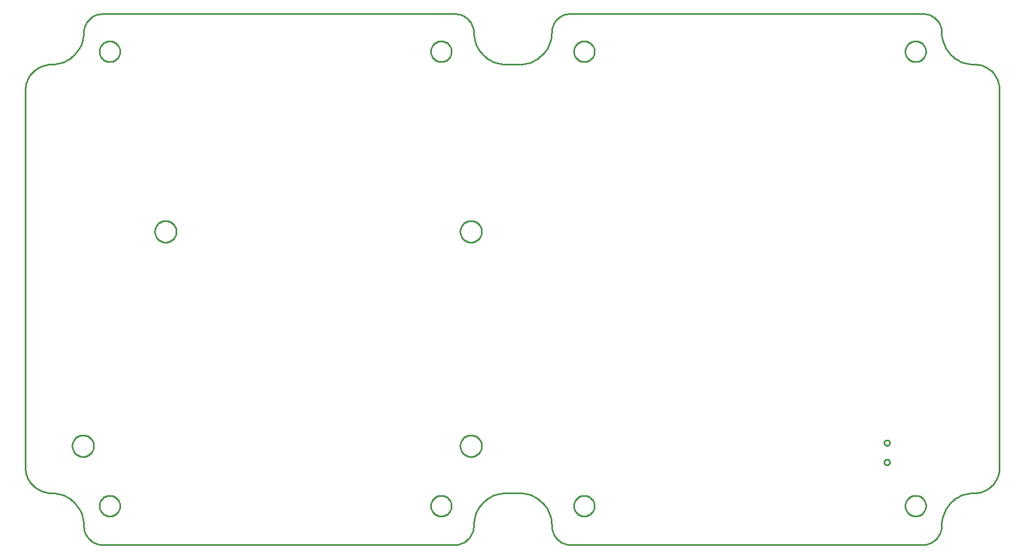
<source format=gbr>
G04 EAGLE Gerber RS-274X export*
G75*
%MOMM*%
%FSLAX34Y34*%
%LPD*%
%IN*%
%IPPOS*%
%AMOC8*
5,1,8,0,0,1.08239X$1,22.5*%
G01*
%ADD10C,0.254000*%


D10*
X0Y120000D02*
X152Y116514D01*
X608Y113054D01*
X1363Y109647D01*
X2412Y106319D01*
X3748Y103095D01*
X5359Y100000D01*
X7234Y97057D01*
X9358Y94289D01*
X11716Y91716D01*
X14289Y89358D01*
X17057Y87234D01*
X20000Y85359D01*
X23095Y83748D01*
X26319Y82412D01*
X29647Y81363D01*
X33054Y80608D01*
X36514Y80152D01*
X40000Y80000D01*
X44358Y79810D01*
X48682Y79240D01*
X52941Y78296D01*
X57101Y76985D01*
X61131Y75315D01*
X65000Y73301D01*
X68679Y70958D01*
X72139Y68302D01*
X75355Y65355D01*
X78302Y62139D01*
X80958Y58679D01*
X83301Y55000D01*
X85315Y51131D01*
X86985Y47101D01*
X88296Y42941D01*
X89240Y38682D01*
X89810Y34358D01*
X90000Y30000D01*
X90114Y27385D01*
X90456Y24791D01*
X91022Y22235D01*
X91809Y19739D01*
X92811Y17321D01*
X94019Y15000D01*
X95425Y12793D01*
X97019Y10716D01*
X98787Y8787D01*
X100716Y7019D01*
X102793Y5425D01*
X105000Y4019D01*
X107321Y2811D01*
X109739Y1809D01*
X112235Y1022D01*
X114791Y456D01*
X117385Y114D01*
X120000Y0D01*
X660000Y0D01*
X662615Y114D01*
X665209Y456D01*
X667765Y1022D01*
X670261Y1809D01*
X672679Y2811D01*
X675000Y4019D01*
X677207Y5425D01*
X679284Y7019D01*
X681213Y8787D01*
X682981Y10716D01*
X684575Y12793D01*
X685981Y15000D01*
X687189Y17321D01*
X688191Y19739D01*
X688978Y22235D01*
X689544Y24791D01*
X689886Y27385D01*
X690000Y30000D01*
X690190Y34358D01*
X690760Y38682D01*
X691704Y42941D01*
X693015Y47101D01*
X694685Y51131D01*
X696699Y55000D01*
X699042Y58679D01*
X701698Y62139D01*
X704645Y65355D01*
X707861Y68302D01*
X711321Y70958D01*
X715000Y73301D01*
X718869Y75315D01*
X722899Y76985D01*
X727059Y78296D01*
X731318Y79240D01*
X735642Y79810D01*
X740000Y80000D01*
X760000Y80000D01*
X764358Y79810D01*
X768682Y79240D01*
X772941Y78296D01*
X777101Y76985D01*
X781131Y75315D01*
X785000Y73301D01*
X788679Y70958D01*
X792139Y68302D01*
X795355Y65355D01*
X798302Y62139D01*
X800958Y58679D01*
X803301Y55000D01*
X805315Y51131D01*
X806985Y47101D01*
X808296Y42941D01*
X809240Y38682D01*
X809810Y34358D01*
X810000Y30000D01*
X810114Y27385D01*
X810456Y24791D01*
X811022Y22235D01*
X811809Y19739D01*
X812811Y17321D01*
X814019Y15000D01*
X815425Y12793D01*
X817019Y10716D01*
X818787Y8787D01*
X820716Y7019D01*
X822793Y5425D01*
X825000Y4019D01*
X827321Y2811D01*
X829739Y1809D01*
X832235Y1022D01*
X834791Y456D01*
X837385Y114D01*
X840000Y0D01*
X1380000Y0D01*
X1382615Y114D01*
X1385209Y456D01*
X1387765Y1022D01*
X1390261Y1809D01*
X1392679Y2811D01*
X1395000Y4019D01*
X1397207Y5425D01*
X1399284Y7019D01*
X1401213Y8787D01*
X1402981Y10716D01*
X1404575Y12793D01*
X1405981Y15000D01*
X1407189Y17321D01*
X1408191Y19739D01*
X1408978Y22235D01*
X1409544Y24791D01*
X1409886Y27385D01*
X1410000Y30000D01*
X1410190Y34358D01*
X1410760Y38682D01*
X1411704Y42941D01*
X1413015Y47101D01*
X1414685Y51131D01*
X1416699Y55000D01*
X1419042Y58679D01*
X1421698Y62139D01*
X1424645Y65355D01*
X1427861Y68302D01*
X1431321Y70958D01*
X1435000Y73301D01*
X1438869Y75315D01*
X1442899Y76985D01*
X1447059Y78296D01*
X1451318Y79240D01*
X1455642Y79810D01*
X1460000Y80000D01*
X1463291Y80067D01*
X1466563Y80420D01*
X1469793Y81058D01*
X1472954Y81974D01*
X1476024Y83162D01*
X1478978Y84614D01*
X1481794Y86317D01*
X1484452Y88259D01*
X1486930Y90426D01*
X1489210Y92800D01*
X1491274Y95364D01*
X1493106Y98098D01*
X1494694Y100981D01*
X1496024Y103992D01*
X1497087Y107107D01*
X1497874Y110303D01*
X1498380Y113556D01*
X1498600Y116840D01*
X1498600Y703580D01*
X1498362Y706845D01*
X1497841Y710077D01*
X1497040Y713251D01*
X1495965Y716343D01*
X1494625Y719330D01*
X1493030Y722189D01*
X1491191Y724898D01*
X1489124Y727436D01*
X1486843Y729784D01*
X1484366Y731925D01*
X1481712Y733842D01*
X1478901Y735520D01*
X1475955Y736946D01*
X1472895Y738111D01*
X1469745Y739004D01*
X1466530Y739619D01*
X1463273Y739952D01*
X1460000Y740000D01*
X1455642Y740190D01*
X1451318Y740760D01*
X1447059Y741704D01*
X1442899Y743015D01*
X1438869Y744685D01*
X1435000Y746699D01*
X1431321Y749042D01*
X1427861Y751698D01*
X1424645Y754645D01*
X1421698Y757861D01*
X1419042Y761321D01*
X1416699Y765000D01*
X1414685Y768869D01*
X1413015Y772899D01*
X1411704Y777059D01*
X1410760Y781318D01*
X1410190Y785642D01*
X1410000Y790000D01*
X1409878Y792445D01*
X1409542Y794870D01*
X1408997Y797256D01*
X1408246Y799586D01*
X1407295Y801842D01*
X1406151Y804006D01*
X1404822Y806062D01*
X1403320Y807995D01*
X1401654Y809789D01*
X1399839Y811431D01*
X1397887Y812909D01*
X1395814Y814211D01*
X1393636Y815327D01*
X1391368Y816249D01*
X1389029Y816970D01*
X1386635Y817485D01*
X1384206Y817789D01*
X1381760Y817880D01*
X838200Y817880D01*
X835756Y817787D01*
X833328Y817482D01*
X830937Y816966D01*
X828600Y816244D01*
X826335Y815321D01*
X824159Y814203D01*
X822088Y812901D01*
X820139Y811423D01*
X818326Y809780D01*
X816663Y807986D01*
X815163Y806054D01*
X813837Y803999D01*
X812695Y801835D01*
X811746Y799581D01*
X810997Y797252D01*
X810454Y794867D01*
X810121Y792443D01*
X810000Y790000D01*
X809810Y785642D01*
X809240Y781318D01*
X808296Y777059D01*
X806985Y772899D01*
X805315Y768869D01*
X803301Y765000D01*
X800958Y761321D01*
X798302Y757861D01*
X795355Y754645D01*
X792139Y751698D01*
X788679Y749042D01*
X785000Y746699D01*
X781131Y744685D01*
X777101Y743015D01*
X772941Y741704D01*
X768682Y740760D01*
X764358Y740190D01*
X760000Y740000D01*
X740000Y740000D01*
X735642Y740190D01*
X731318Y740760D01*
X727059Y741704D01*
X722899Y743015D01*
X718869Y744685D01*
X715000Y746699D01*
X711321Y749042D01*
X707861Y751698D01*
X704645Y754645D01*
X701698Y757861D01*
X699042Y761321D01*
X696699Y765000D01*
X694685Y768869D01*
X693015Y772899D01*
X691704Y777059D01*
X690760Y781318D01*
X690190Y785642D01*
X690000Y790000D01*
X689816Y792502D01*
X689414Y794978D01*
X688798Y797409D01*
X687973Y799778D01*
X686944Y802065D01*
X685720Y804255D01*
X684309Y806329D01*
X682723Y808273D01*
X680974Y810070D01*
X679075Y811709D01*
X677040Y813176D01*
X674885Y814460D01*
X672627Y815551D01*
X670282Y816441D01*
X667868Y817123D01*
X665404Y817593D01*
X662908Y817846D01*
X660400Y817880D01*
X119380Y817880D01*
X116882Y817836D01*
X114397Y817575D01*
X111944Y817099D01*
X109543Y816410D01*
X107210Y815515D01*
X104965Y814419D01*
X102823Y813133D01*
X100802Y811664D01*
X98916Y810025D01*
X97180Y808228D01*
X95608Y806286D01*
X94211Y804215D01*
X92999Y802029D01*
X91983Y799747D01*
X91170Y797384D01*
X90565Y794960D01*
X90174Y792492D01*
X90000Y790000D01*
X89810Y785642D01*
X89240Y781318D01*
X88296Y777059D01*
X86985Y772899D01*
X85315Y768869D01*
X83301Y765000D01*
X80958Y761321D01*
X78302Y757861D01*
X75355Y754645D01*
X72139Y751698D01*
X68679Y749042D01*
X65000Y746699D01*
X61131Y744685D01*
X57101Y743015D01*
X52941Y741704D01*
X48682Y740760D01*
X44358Y740190D01*
X40000Y740000D01*
X36514Y739848D01*
X33054Y739392D01*
X29647Y738637D01*
X26319Y737588D01*
X23095Y736252D01*
X20000Y734641D01*
X17057Y732766D01*
X14289Y730642D01*
X11716Y728284D01*
X9358Y725712D01*
X7234Y722943D01*
X5359Y720000D01*
X3748Y716905D01*
X2412Y713681D01*
X1363Y710353D01*
X608Y706946D01*
X152Y703486D01*
X0Y700000D01*
X0Y120000D01*
X1326159Y161490D02*
X1326711Y161417D01*
X1327249Y161273D01*
X1327764Y161060D01*
X1328246Y160781D01*
X1328688Y160442D01*
X1329082Y160048D01*
X1329421Y159606D01*
X1329700Y159124D01*
X1329913Y158609D01*
X1330057Y158071D01*
X1330130Y157519D01*
X1330130Y156961D01*
X1330057Y156409D01*
X1329913Y155871D01*
X1329700Y155356D01*
X1329421Y154874D01*
X1329082Y154432D01*
X1328688Y154038D01*
X1328246Y153699D01*
X1327764Y153420D01*
X1327249Y153207D01*
X1326711Y153063D01*
X1326159Y152990D01*
X1325601Y152990D01*
X1325049Y153063D01*
X1324511Y153207D01*
X1323996Y153420D01*
X1323514Y153699D01*
X1323072Y154038D01*
X1322678Y154432D01*
X1322339Y154874D01*
X1322060Y155356D01*
X1321847Y155871D01*
X1321703Y156409D01*
X1321630Y156961D01*
X1321630Y157519D01*
X1321703Y158071D01*
X1321847Y158609D01*
X1322060Y159124D01*
X1322339Y159606D01*
X1322678Y160048D01*
X1323072Y160442D01*
X1323514Y160781D01*
X1323996Y161060D01*
X1324511Y161273D01*
X1325049Y161417D01*
X1325601Y161490D01*
X1326159Y161490D01*
X1326159Y131490D02*
X1326711Y131417D01*
X1327249Y131273D01*
X1327764Y131060D01*
X1328246Y130781D01*
X1328688Y130442D01*
X1329082Y130048D01*
X1329421Y129606D01*
X1329700Y129124D01*
X1329913Y128609D01*
X1330057Y128071D01*
X1330130Y127519D01*
X1330130Y126961D01*
X1330057Y126409D01*
X1329913Y125871D01*
X1329700Y125356D01*
X1329421Y124874D01*
X1329082Y124432D01*
X1328688Y124038D01*
X1328246Y123699D01*
X1327764Y123420D01*
X1327249Y123207D01*
X1326711Y123063D01*
X1326159Y122990D01*
X1325601Y122990D01*
X1325049Y123063D01*
X1324511Y123207D01*
X1323996Y123420D01*
X1323514Y123699D01*
X1323072Y124038D01*
X1322678Y124432D01*
X1322339Y124874D01*
X1322060Y125356D01*
X1321847Y125871D01*
X1321703Y126409D01*
X1321630Y126961D01*
X1321630Y127519D01*
X1321703Y128071D01*
X1321847Y128609D01*
X1322060Y129124D01*
X1322339Y129606D01*
X1322678Y130048D01*
X1323072Y130442D01*
X1323514Y130781D01*
X1323996Y131060D01*
X1324511Y131273D01*
X1325049Y131417D01*
X1325601Y131490D01*
X1326159Y131490D01*
X655875Y59480D02*
X655807Y58443D01*
X655671Y57413D01*
X655469Y56393D01*
X655200Y55389D01*
X654865Y54405D01*
X654468Y53445D01*
X654008Y52513D01*
X653488Y51612D01*
X652911Y50748D01*
X652278Y49924D01*
X651593Y49142D01*
X650858Y48407D01*
X650076Y47722D01*
X649252Y47089D01*
X648388Y46512D01*
X647487Y45992D01*
X646555Y45532D01*
X645595Y45135D01*
X644611Y44800D01*
X643607Y44531D01*
X642587Y44329D01*
X641557Y44193D01*
X640520Y44125D01*
X639480Y44125D01*
X638443Y44193D01*
X637413Y44329D01*
X636393Y44531D01*
X635389Y44800D01*
X634405Y45135D01*
X633445Y45532D01*
X632513Y45992D01*
X631612Y46512D01*
X630748Y47089D01*
X629924Y47722D01*
X629142Y48407D01*
X628407Y49142D01*
X627722Y49924D01*
X627089Y50748D01*
X626512Y51612D01*
X625992Y52513D01*
X625532Y53445D01*
X625135Y54405D01*
X624800Y55389D01*
X624531Y56393D01*
X624329Y57413D01*
X624193Y58443D01*
X624125Y59480D01*
X624125Y60520D01*
X624193Y61557D01*
X624329Y62587D01*
X624531Y63607D01*
X624800Y64611D01*
X625135Y65595D01*
X625532Y66555D01*
X625992Y67487D01*
X626512Y68388D01*
X627089Y69252D01*
X627722Y70076D01*
X628407Y70858D01*
X629142Y71593D01*
X629924Y72278D01*
X630748Y72911D01*
X631612Y73488D01*
X632513Y74008D01*
X633445Y74468D01*
X634405Y74865D01*
X635389Y75200D01*
X636393Y75469D01*
X637413Y75671D01*
X638443Y75807D01*
X639480Y75875D01*
X640520Y75875D01*
X641557Y75807D01*
X642587Y75671D01*
X643607Y75469D01*
X644611Y75200D01*
X645595Y74865D01*
X646555Y74468D01*
X647487Y74008D01*
X648388Y73488D01*
X649252Y72911D01*
X650076Y72278D01*
X650858Y71593D01*
X651593Y70858D01*
X652278Y70076D01*
X652911Y69252D01*
X653488Y68388D01*
X654008Y67487D01*
X654468Y66555D01*
X654865Y65595D01*
X655200Y64611D01*
X655469Y63607D01*
X655671Y62587D01*
X655807Y61557D01*
X655875Y60520D01*
X655875Y59480D01*
X875875Y59480D02*
X875807Y58443D01*
X875671Y57413D01*
X875469Y56393D01*
X875200Y55389D01*
X874865Y54405D01*
X874468Y53445D01*
X874008Y52513D01*
X873488Y51612D01*
X872911Y50748D01*
X872278Y49924D01*
X871593Y49142D01*
X870858Y48407D01*
X870076Y47722D01*
X869252Y47089D01*
X868388Y46512D01*
X867487Y45992D01*
X866555Y45532D01*
X865595Y45135D01*
X864611Y44800D01*
X863607Y44531D01*
X862587Y44329D01*
X861557Y44193D01*
X860520Y44125D01*
X859480Y44125D01*
X858443Y44193D01*
X857413Y44329D01*
X856393Y44531D01*
X855389Y44800D01*
X854405Y45135D01*
X853445Y45532D01*
X852513Y45992D01*
X851612Y46512D01*
X850748Y47089D01*
X849924Y47722D01*
X849142Y48407D01*
X848407Y49142D01*
X847722Y49924D01*
X847089Y50748D01*
X846512Y51612D01*
X845992Y52513D01*
X845532Y53445D01*
X845135Y54405D01*
X844800Y55389D01*
X844531Y56393D01*
X844329Y57413D01*
X844193Y58443D01*
X844125Y59480D01*
X844125Y60520D01*
X844193Y61557D01*
X844329Y62587D01*
X844531Y63607D01*
X844800Y64611D01*
X845135Y65595D01*
X845532Y66555D01*
X845992Y67487D01*
X846512Y68388D01*
X847089Y69252D01*
X847722Y70076D01*
X848407Y70858D01*
X849142Y71593D01*
X849924Y72278D01*
X850748Y72911D01*
X851612Y73488D01*
X852513Y74008D01*
X853445Y74468D01*
X854405Y74865D01*
X855389Y75200D01*
X856393Y75469D01*
X857413Y75671D01*
X858443Y75807D01*
X859480Y75875D01*
X860520Y75875D01*
X861557Y75807D01*
X862587Y75671D01*
X863607Y75469D01*
X864611Y75200D01*
X865595Y74865D01*
X866555Y74468D01*
X867487Y74008D01*
X868388Y73488D01*
X869252Y72911D01*
X870076Y72278D01*
X870858Y71593D01*
X871593Y70858D01*
X872278Y70076D01*
X872911Y69252D01*
X873488Y68388D01*
X874008Y67487D01*
X874468Y66555D01*
X874865Y65595D01*
X875200Y64611D01*
X875469Y63607D01*
X875671Y62587D01*
X875807Y61557D01*
X875875Y60520D01*
X875875Y59480D01*
X1385875Y59480D02*
X1385807Y58443D01*
X1385671Y57413D01*
X1385469Y56393D01*
X1385200Y55389D01*
X1384865Y54405D01*
X1384468Y53445D01*
X1384008Y52513D01*
X1383488Y51612D01*
X1382911Y50748D01*
X1382278Y49924D01*
X1381593Y49142D01*
X1380858Y48407D01*
X1380076Y47722D01*
X1379252Y47089D01*
X1378388Y46512D01*
X1377487Y45992D01*
X1376555Y45532D01*
X1375595Y45135D01*
X1374611Y44800D01*
X1373607Y44531D01*
X1372587Y44329D01*
X1371557Y44193D01*
X1370520Y44125D01*
X1369480Y44125D01*
X1368443Y44193D01*
X1367413Y44329D01*
X1366393Y44531D01*
X1365389Y44800D01*
X1364405Y45135D01*
X1363445Y45532D01*
X1362513Y45992D01*
X1361612Y46512D01*
X1360748Y47089D01*
X1359924Y47722D01*
X1359142Y48407D01*
X1358407Y49142D01*
X1357722Y49924D01*
X1357089Y50748D01*
X1356512Y51612D01*
X1355992Y52513D01*
X1355532Y53445D01*
X1355135Y54405D01*
X1354800Y55389D01*
X1354531Y56393D01*
X1354329Y57413D01*
X1354193Y58443D01*
X1354125Y59480D01*
X1354125Y60520D01*
X1354193Y61557D01*
X1354329Y62587D01*
X1354531Y63607D01*
X1354800Y64611D01*
X1355135Y65595D01*
X1355532Y66555D01*
X1355992Y67487D01*
X1356512Y68388D01*
X1357089Y69252D01*
X1357722Y70076D01*
X1358407Y70858D01*
X1359142Y71593D01*
X1359924Y72278D01*
X1360748Y72911D01*
X1361612Y73488D01*
X1362513Y74008D01*
X1363445Y74468D01*
X1364405Y74865D01*
X1365389Y75200D01*
X1366393Y75469D01*
X1367413Y75671D01*
X1368443Y75807D01*
X1369480Y75875D01*
X1370520Y75875D01*
X1371557Y75807D01*
X1372587Y75671D01*
X1373607Y75469D01*
X1374611Y75200D01*
X1375595Y74865D01*
X1376555Y74468D01*
X1377487Y74008D01*
X1378388Y73488D01*
X1379252Y72911D01*
X1380076Y72278D01*
X1380858Y71593D01*
X1381593Y70858D01*
X1382278Y70076D01*
X1382911Y69252D01*
X1383488Y68388D01*
X1384008Y67487D01*
X1384468Y66555D01*
X1384865Y65595D01*
X1385200Y64611D01*
X1385469Y63607D01*
X1385671Y62587D01*
X1385807Y61557D01*
X1385875Y60520D01*
X1385875Y59480D01*
X145875Y59480D02*
X145807Y58443D01*
X145671Y57413D01*
X145469Y56393D01*
X145200Y55389D01*
X144865Y54405D01*
X144468Y53445D01*
X144008Y52513D01*
X143488Y51612D01*
X142911Y50748D01*
X142278Y49924D01*
X141593Y49142D01*
X140858Y48407D01*
X140076Y47722D01*
X139252Y47089D01*
X138388Y46512D01*
X137487Y45992D01*
X136555Y45532D01*
X135595Y45135D01*
X134611Y44800D01*
X133607Y44531D01*
X132587Y44329D01*
X131557Y44193D01*
X130520Y44125D01*
X129480Y44125D01*
X128443Y44193D01*
X127413Y44329D01*
X126393Y44531D01*
X125389Y44800D01*
X124405Y45135D01*
X123445Y45532D01*
X122513Y45992D01*
X121612Y46512D01*
X120748Y47089D01*
X119924Y47722D01*
X119142Y48407D01*
X118407Y49142D01*
X117722Y49924D01*
X117089Y50748D01*
X116512Y51612D01*
X115992Y52513D01*
X115532Y53445D01*
X115135Y54405D01*
X114800Y55389D01*
X114531Y56393D01*
X114329Y57413D01*
X114193Y58443D01*
X114125Y59480D01*
X114125Y60520D01*
X114193Y61557D01*
X114329Y62587D01*
X114531Y63607D01*
X114800Y64611D01*
X115135Y65595D01*
X115532Y66555D01*
X115992Y67487D01*
X116512Y68388D01*
X117089Y69252D01*
X117722Y70076D01*
X118407Y70858D01*
X119142Y71593D01*
X119924Y72278D01*
X120748Y72911D01*
X121612Y73488D01*
X122513Y74008D01*
X123445Y74468D01*
X124405Y74865D01*
X125389Y75200D01*
X126393Y75469D01*
X127413Y75671D01*
X128443Y75807D01*
X129480Y75875D01*
X130520Y75875D01*
X131557Y75807D01*
X132587Y75671D01*
X133607Y75469D01*
X134611Y75200D01*
X135595Y74865D01*
X136555Y74468D01*
X137487Y74008D01*
X138388Y73488D01*
X139252Y72911D01*
X140076Y72278D01*
X140858Y71593D01*
X141593Y70858D01*
X142278Y70076D01*
X142911Y69252D01*
X143488Y68388D01*
X144008Y67487D01*
X144468Y66555D01*
X144865Y65595D01*
X145200Y64611D01*
X145469Y63607D01*
X145671Y62587D01*
X145807Y61557D01*
X145875Y60520D01*
X145875Y59480D01*
X655875Y759480D02*
X655807Y758443D01*
X655671Y757413D01*
X655469Y756393D01*
X655200Y755389D01*
X654865Y754405D01*
X654468Y753445D01*
X654008Y752513D01*
X653488Y751612D01*
X652911Y750748D01*
X652278Y749924D01*
X651593Y749142D01*
X650858Y748407D01*
X650076Y747722D01*
X649252Y747089D01*
X648388Y746512D01*
X647487Y745992D01*
X646555Y745532D01*
X645595Y745135D01*
X644611Y744800D01*
X643607Y744531D01*
X642587Y744329D01*
X641557Y744193D01*
X640520Y744125D01*
X639480Y744125D01*
X638443Y744193D01*
X637413Y744329D01*
X636393Y744531D01*
X635389Y744800D01*
X634405Y745135D01*
X633445Y745532D01*
X632513Y745992D01*
X631612Y746512D01*
X630748Y747089D01*
X629924Y747722D01*
X629142Y748407D01*
X628407Y749142D01*
X627722Y749924D01*
X627089Y750748D01*
X626512Y751612D01*
X625992Y752513D01*
X625532Y753445D01*
X625135Y754405D01*
X624800Y755389D01*
X624531Y756393D01*
X624329Y757413D01*
X624193Y758443D01*
X624125Y759480D01*
X624125Y760520D01*
X624193Y761557D01*
X624329Y762587D01*
X624531Y763607D01*
X624800Y764611D01*
X625135Y765595D01*
X625532Y766555D01*
X625992Y767487D01*
X626512Y768388D01*
X627089Y769252D01*
X627722Y770076D01*
X628407Y770858D01*
X629142Y771593D01*
X629924Y772278D01*
X630748Y772911D01*
X631612Y773488D01*
X632513Y774008D01*
X633445Y774468D01*
X634405Y774865D01*
X635389Y775200D01*
X636393Y775469D01*
X637413Y775671D01*
X638443Y775807D01*
X639480Y775875D01*
X640520Y775875D01*
X641557Y775807D01*
X642587Y775671D01*
X643607Y775469D01*
X644611Y775200D01*
X645595Y774865D01*
X646555Y774468D01*
X647487Y774008D01*
X648388Y773488D01*
X649252Y772911D01*
X650076Y772278D01*
X650858Y771593D01*
X651593Y770858D01*
X652278Y770076D01*
X652911Y769252D01*
X653488Y768388D01*
X654008Y767487D01*
X654468Y766555D01*
X654865Y765595D01*
X655200Y764611D01*
X655469Y763607D01*
X655671Y762587D01*
X655807Y761557D01*
X655875Y760520D01*
X655875Y759480D01*
X875875Y759480D02*
X875807Y758443D01*
X875671Y757413D01*
X875469Y756393D01*
X875200Y755389D01*
X874865Y754405D01*
X874468Y753445D01*
X874008Y752513D01*
X873488Y751612D01*
X872911Y750748D01*
X872278Y749924D01*
X871593Y749142D01*
X870858Y748407D01*
X870076Y747722D01*
X869252Y747089D01*
X868388Y746512D01*
X867487Y745992D01*
X866555Y745532D01*
X865595Y745135D01*
X864611Y744800D01*
X863607Y744531D01*
X862587Y744329D01*
X861557Y744193D01*
X860520Y744125D01*
X859480Y744125D01*
X858443Y744193D01*
X857413Y744329D01*
X856393Y744531D01*
X855389Y744800D01*
X854405Y745135D01*
X853445Y745532D01*
X852513Y745992D01*
X851612Y746512D01*
X850748Y747089D01*
X849924Y747722D01*
X849142Y748407D01*
X848407Y749142D01*
X847722Y749924D01*
X847089Y750748D01*
X846512Y751612D01*
X845992Y752513D01*
X845532Y753445D01*
X845135Y754405D01*
X844800Y755389D01*
X844531Y756393D01*
X844329Y757413D01*
X844193Y758443D01*
X844125Y759480D01*
X844125Y760520D01*
X844193Y761557D01*
X844329Y762587D01*
X844531Y763607D01*
X844800Y764611D01*
X845135Y765595D01*
X845532Y766555D01*
X845992Y767487D01*
X846512Y768388D01*
X847089Y769252D01*
X847722Y770076D01*
X848407Y770858D01*
X849142Y771593D01*
X849924Y772278D01*
X850748Y772911D01*
X851612Y773488D01*
X852513Y774008D01*
X853445Y774468D01*
X854405Y774865D01*
X855389Y775200D01*
X856393Y775469D01*
X857413Y775671D01*
X858443Y775807D01*
X859480Y775875D01*
X860520Y775875D01*
X861557Y775807D01*
X862587Y775671D01*
X863607Y775469D01*
X864611Y775200D01*
X865595Y774865D01*
X866555Y774468D01*
X867487Y774008D01*
X868388Y773488D01*
X869252Y772911D01*
X870076Y772278D01*
X870858Y771593D01*
X871593Y770858D01*
X872278Y770076D01*
X872911Y769252D01*
X873488Y768388D01*
X874008Y767487D01*
X874468Y766555D01*
X874865Y765595D01*
X875200Y764611D01*
X875469Y763607D01*
X875671Y762587D01*
X875807Y761557D01*
X875875Y760520D01*
X875875Y759480D01*
X1385875Y759480D02*
X1385807Y758443D01*
X1385671Y757413D01*
X1385469Y756393D01*
X1385200Y755389D01*
X1384865Y754405D01*
X1384468Y753445D01*
X1384008Y752513D01*
X1383488Y751612D01*
X1382911Y750748D01*
X1382278Y749924D01*
X1381593Y749142D01*
X1380858Y748407D01*
X1380076Y747722D01*
X1379252Y747089D01*
X1378388Y746512D01*
X1377487Y745992D01*
X1376555Y745532D01*
X1375595Y745135D01*
X1374611Y744800D01*
X1373607Y744531D01*
X1372587Y744329D01*
X1371557Y744193D01*
X1370520Y744125D01*
X1369480Y744125D01*
X1368443Y744193D01*
X1367413Y744329D01*
X1366393Y744531D01*
X1365389Y744800D01*
X1364405Y745135D01*
X1363445Y745532D01*
X1362513Y745992D01*
X1361612Y746512D01*
X1360748Y747089D01*
X1359924Y747722D01*
X1359142Y748407D01*
X1358407Y749142D01*
X1357722Y749924D01*
X1357089Y750748D01*
X1356512Y751612D01*
X1355992Y752513D01*
X1355532Y753445D01*
X1355135Y754405D01*
X1354800Y755389D01*
X1354531Y756393D01*
X1354329Y757413D01*
X1354193Y758443D01*
X1354125Y759480D01*
X1354125Y760520D01*
X1354193Y761557D01*
X1354329Y762587D01*
X1354531Y763607D01*
X1354800Y764611D01*
X1355135Y765595D01*
X1355532Y766555D01*
X1355992Y767487D01*
X1356512Y768388D01*
X1357089Y769252D01*
X1357722Y770076D01*
X1358407Y770858D01*
X1359142Y771593D01*
X1359924Y772278D01*
X1360748Y772911D01*
X1361612Y773488D01*
X1362513Y774008D01*
X1363445Y774468D01*
X1364405Y774865D01*
X1365389Y775200D01*
X1366393Y775469D01*
X1367413Y775671D01*
X1368443Y775807D01*
X1369480Y775875D01*
X1370520Y775875D01*
X1371557Y775807D01*
X1372587Y775671D01*
X1373607Y775469D01*
X1374611Y775200D01*
X1375595Y774865D01*
X1376555Y774468D01*
X1377487Y774008D01*
X1378388Y773488D01*
X1379252Y772911D01*
X1380076Y772278D01*
X1380858Y771593D01*
X1381593Y770858D01*
X1382278Y770076D01*
X1382911Y769252D01*
X1383488Y768388D01*
X1384008Y767487D01*
X1384468Y766555D01*
X1384865Y765595D01*
X1385200Y764611D01*
X1385469Y763607D01*
X1385671Y762587D01*
X1385807Y761557D01*
X1385875Y760520D01*
X1385875Y759480D01*
X145875Y759480D02*
X145807Y758443D01*
X145671Y757413D01*
X145469Y756393D01*
X145200Y755389D01*
X144865Y754405D01*
X144468Y753445D01*
X144008Y752513D01*
X143488Y751612D01*
X142911Y750748D01*
X142278Y749924D01*
X141593Y749142D01*
X140858Y748407D01*
X140076Y747722D01*
X139252Y747089D01*
X138388Y746512D01*
X137487Y745992D01*
X136555Y745532D01*
X135595Y745135D01*
X134611Y744800D01*
X133607Y744531D01*
X132587Y744329D01*
X131557Y744193D01*
X130520Y744125D01*
X129480Y744125D01*
X128443Y744193D01*
X127413Y744329D01*
X126393Y744531D01*
X125389Y744800D01*
X124405Y745135D01*
X123445Y745532D01*
X122513Y745992D01*
X121612Y746512D01*
X120748Y747089D01*
X119924Y747722D01*
X119142Y748407D01*
X118407Y749142D01*
X117722Y749924D01*
X117089Y750748D01*
X116512Y751612D01*
X115992Y752513D01*
X115532Y753445D01*
X115135Y754405D01*
X114800Y755389D01*
X114531Y756393D01*
X114329Y757413D01*
X114193Y758443D01*
X114125Y759480D01*
X114125Y760520D01*
X114193Y761557D01*
X114329Y762587D01*
X114531Y763607D01*
X114800Y764611D01*
X115135Y765595D01*
X115532Y766555D01*
X115992Y767487D01*
X116512Y768388D01*
X117089Y769252D01*
X117722Y770076D01*
X118407Y770858D01*
X119142Y771593D01*
X119924Y772278D01*
X120748Y772911D01*
X121612Y773488D01*
X122513Y774008D01*
X123445Y774468D01*
X124405Y774865D01*
X125389Y775200D01*
X126393Y775469D01*
X127413Y775671D01*
X128443Y775807D01*
X129480Y775875D01*
X130520Y775875D01*
X131557Y775807D01*
X132587Y775671D01*
X133607Y775469D01*
X134611Y775200D01*
X135595Y774865D01*
X136555Y774468D01*
X137487Y774008D01*
X138388Y773488D01*
X139252Y772911D01*
X140076Y772278D01*
X140858Y771593D01*
X141593Y770858D01*
X142278Y770076D01*
X142911Y769252D01*
X143488Y768388D01*
X144008Y767487D01*
X144468Y766555D01*
X144865Y765595D01*
X145200Y764611D01*
X145469Y763607D01*
X145671Y762587D01*
X145807Y761557D01*
X145875Y760520D01*
X145875Y759480D01*
X702310Y482060D02*
X702239Y480981D01*
X702098Y479909D01*
X701887Y478849D01*
X701608Y477805D01*
X701260Y476781D01*
X700846Y475783D01*
X700368Y474813D01*
X699828Y473877D01*
X699227Y472978D01*
X698569Y472121D01*
X697857Y471308D01*
X697092Y470544D01*
X696279Y469831D01*
X695422Y469173D01*
X694523Y468572D01*
X693587Y468032D01*
X692617Y467554D01*
X691619Y467140D01*
X690595Y466792D01*
X689551Y466513D01*
X688491Y466302D01*
X687419Y466161D01*
X686340Y466090D01*
X685260Y466090D01*
X684181Y466161D01*
X683109Y466302D01*
X682049Y466513D01*
X681005Y466792D01*
X679981Y467140D01*
X678983Y467554D01*
X678013Y468032D01*
X677077Y468572D01*
X676178Y469173D01*
X675321Y469831D01*
X674508Y470544D01*
X673744Y471308D01*
X673031Y472121D01*
X672373Y472978D01*
X671772Y473877D01*
X671232Y474813D01*
X670754Y475783D01*
X670340Y476781D01*
X669992Y477805D01*
X669713Y478849D01*
X669502Y479909D01*
X669361Y480981D01*
X669290Y482060D01*
X669290Y483140D01*
X669361Y484219D01*
X669502Y485291D01*
X669713Y486351D01*
X669992Y487395D01*
X670340Y488419D01*
X670754Y489417D01*
X671232Y490387D01*
X671772Y491323D01*
X672373Y492222D01*
X673031Y493079D01*
X673744Y493892D01*
X674508Y494657D01*
X675321Y495369D01*
X676178Y496027D01*
X677077Y496628D01*
X678013Y497168D01*
X678983Y497646D01*
X679981Y498060D01*
X681005Y498408D01*
X682049Y498687D01*
X683109Y498898D01*
X684181Y499039D01*
X685260Y499110D01*
X686340Y499110D01*
X687419Y499039D01*
X688491Y498898D01*
X689551Y498687D01*
X690595Y498408D01*
X691619Y498060D01*
X692617Y497646D01*
X693587Y497168D01*
X694523Y496628D01*
X695422Y496027D01*
X696279Y495369D01*
X697092Y494657D01*
X697857Y493892D01*
X698569Y493079D01*
X699227Y492222D01*
X699828Y491323D01*
X700368Y490387D01*
X700846Y489417D01*
X701260Y488419D01*
X701608Y487395D01*
X701887Y486351D01*
X702098Y485291D01*
X702239Y484219D01*
X702310Y483140D01*
X702310Y482060D01*
X702310Y151860D02*
X702239Y150781D01*
X702098Y149709D01*
X701887Y148649D01*
X701608Y147605D01*
X701260Y146581D01*
X700846Y145583D01*
X700368Y144613D01*
X699828Y143677D01*
X699227Y142778D01*
X698569Y141921D01*
X697857Y141108D01*
X697092Y140344D01*
X696279Y139631D01*
X695422Y138973D01*
X694523Y138372D01*
X693587Y137832D01*
X692617Y137354D01*
X691619Y136940D01*
X690595Y136592D01*
X689551Y136313D01*
X688491Y136102D01*
X687419Y135961D01*
X686340Y135890D01*
X685260Y135890D01*
X684181Y135961D01*
X683109Y136102D01*
X682049Y136313D01*
X681005Y136592D01*
X679981Y136940D01*
X678983Y137354D01*
X678013Y137832D01*
X677077Y138372D01*
X676178Y138973D01*
X675321Y139631D01*
X674508Y140344D01*
X673744Y141108D01*
X673031Y141921D01*
X672373Y142778D01*
X671772Y143677D01*
X671232Y144613D01*
X670754Y145583D01*
X670340Y146581D01*
X669992Y147605D01*
X669713Y148649D01*
X669502Y149709D01*
X669361Y150781D01*
X669290Y151860D01*
X669290Y152940D01*
X669361Y154019D01*
X669502Y155091D01*
X669713Y156151D01*
X669992Y157195D01*
X670340Y158219D01*
X670754Y159217D01*
X671232Y160187D01*
X671772Y161123D01*
X672373Y162022D01*
X673031Y162879D01*
X673744Y163692D01*
X674508Y164457D01*
X675321Y165169D01*
X676178Y165827D01*
X677077Y166428D01*
X678013Y166968D01*
X678983Y167446D01*
X679981Y167860D01*
X681005Y168208D01*
X682049Y168487D01*
X683109Y168698D01*
X684181Y168839D01*
X685260Y168910D01*
X686340Y168910D01*
X687419Y168839D01*
X688491Y168698D01*
X689551Y168487D01*
X690595Y168208D01*
X691619Y167860D01*
X692617Y167446D01*
X693587Y166968D01*
X694523Y166428D01*
X695422Y165827D01*
X696279Y165169D01*
X697092Y164457D01*
X697857Y163692D01*
X698569Y162879D01*
X699227Y162022D01*
X699828Y161123D01*
X700368Y160187D01*
X700846Y159217D01*
X701260Y158219D01*
X701608Y157195D01*
X701887Y156151D01*
X702098Y155091D01*
X702239Y154019D01*
X702310Y152940D01*
X702310Y151860D01*
X232410Y482060D02*
X232339Y480981D01*
X232198Y479909D01*
X231987Y478849D01*
X231708Y477805D01*
X231360Y476781D01*
X230946Y475783D01*
X230468Y474813D01*
X229928Y473877D01*
X229327Y472978D01*
X228669Y472121D01*
X227957Y471308D01*
X227192Y470544D01*
X226379Y469831D01*
X225522Y469173D01*
X224623Y468572D01*
X223687Y468032D01*
X222717Y467554D01*
X221719Y467140D01*
X220695Y466792D01*
X219651Y466513D01*
X218591Y466302D01*
X217519Y466161D01*
X216440Y466090D01*
X215360Y466090D01*
X214281Y466161D01*
X213209Y466302D01*
X212149Y466513D01*
X211105Y466792D01*
X210081Y467140D01*
X209083Y467554D01*
X208113Y468032D01*
X207177Y468572D01*
X206278Y469173D01*
X205421Y469831D01*
X204608Y470544D01*
X203844Y471308D01*
X203131Y472121D01*
X202473Y472978D01*
X201872Y473877D01*
X201332Y474813D01*
X200854Y475783D01*
X200440Y476781D01*
X200092Y477805D01*
X199813Y478849D01*
X199602Y479909D01*
X199461Y480981D01*
X199390Y482060D01*
X199390Y483140D01*
X199461Y484219D01*
X199602Y485291D01*
X199813Y486351D01*
X200092Y487395D01*
X200440Y488419D01*
X200854Y489417D01*
X201332Y490387D01*
X201872Y491323D01*
X202473Y492222D01*
X203131Y493079D01*
X203844Y493892D01*
X204608Y494657D01*
X205421Y495369D01*
X206278Y496027D01*
X207177Y496628D01*
X208113Y497168D01*
X209083Y497646D01*
X210081Y498060D01*
X211105Y498408D01*
X212149Y498687D01*
X213209Y498898D01*
X214281Y499039D01*
X215360Y499110D01*
X216440Y499110D01*
X217519Y499039D01*
X218591Y498898D01*
X219651Y498687D01*
X220695Y498408D01*
X221719Y498060D01*
X222717Y497646D01*
X223687Y497168D01*
X224623Y496628D01*
X225522Y496027D01*
X226379Y495369D01*
X227192Y494657D01*
X227957Y493892D01*
X228669Y493079D01*
X229327Y492222D01*
X229928Y491323D01*
X230468Y490387D01*
X230946Y489417D01*
X231360Y488419D01*
X231708Y487395D01*
X231987Y486351D01*
X232198Y485291D01*
X232339Y484219D01*
X232410Y483140D01*
X232410Y482060D01*
X105410Y151860D02*
X105339Y150781D01*
X105198Y149709D01*
X104987Y148649D01*
X104708Y147605D01*
X104360Y146581D01*
X103946Y145583D01*
X103468Y144613D01*
X102928Y143677D01*
X102327Y142778D01*
X101669Y141921D01*
X100957Y141108D01*
X100192Y140344D01*
X99379Y139631D01*
X98522Y138973D01*
X97623Y138372D01*
X96687Y137832D01*
X95717Y137354D01*
X94719Y136940D01*
X93695Y136592D01*
X92651Y136313D01*
X91591Y136102D01*
X90519Y135961D01*
X89440Y135890D01*
X88360Y135890D01*
X87281Y135961D01*
X86209Y136102D01*
X85149Y136313D01*
X84105Y136592D01*
X83081Y136940D01*
X82083Y137354D01*
X81113Y137832D01*
X80177Y138372D01*
X79278Y138973D01*
X78421Y139631D01*
X77608Y140344D01*
X76844Y141108D01*
X76131Y141921D01*
X75473Y142778D01*
X74872Y143677D01*
X74332Y144613D01*
X73854Y145583D01*
X73440Y146581D01*
X73092Y147605D01*
X72813Y148649D01*
X72602Y149709D01*
X72461Y150781D01*
X72390Y151860D01*
X72390Y152940D01*
X72461Y154019D01*
X72602Y155091D01*
X72813Y156151D01*
X73092Y157195D01*
X73440Y158219D01*
X73854Y159217D01*
X74332Y160187D01*
X74872Y161123D01*
X75473Y162022D01*
X76131Y162879D01*
X76844Y163692D01*
X77608Y164457D01*
X78421Y165169D01*
X79278Y165827D01*
X80177Y166428D01*
X81113Y166968D01*
X82083Y167446D01*
X83081Y167860D01*
X84105Y168208D01*
X85149Y168487D01*
X86209Y168698D01*
X87281Y168839D01*
X88360Y168910D01*
X89440Y168910D01*
X90519Y168839D01*
X91591Y168698D01*
X92651Y168487D01*
X93695Y168208D01*
X94719Y167860D01*
X95717Y167446D01*
X96687Y166968D01*
X97623Y166428D01*
X98522Y165827D01*
X99379Y165169D01*
X100192Y164457D01*
X100957Y163692D01*
X101669Y162879D01*
X102327Y162022D01*
X102928Y161123D01*
X103468Y160187D01*
X103946Y159217D01*
X104360Y158219D01*
X104708Y157195D01*
X104987Y156151D01*
X105198Y155091D01*
X105339Y154019D01*
X105410Y152940D01*
X105410Y151860D01*
M02*

</source>
